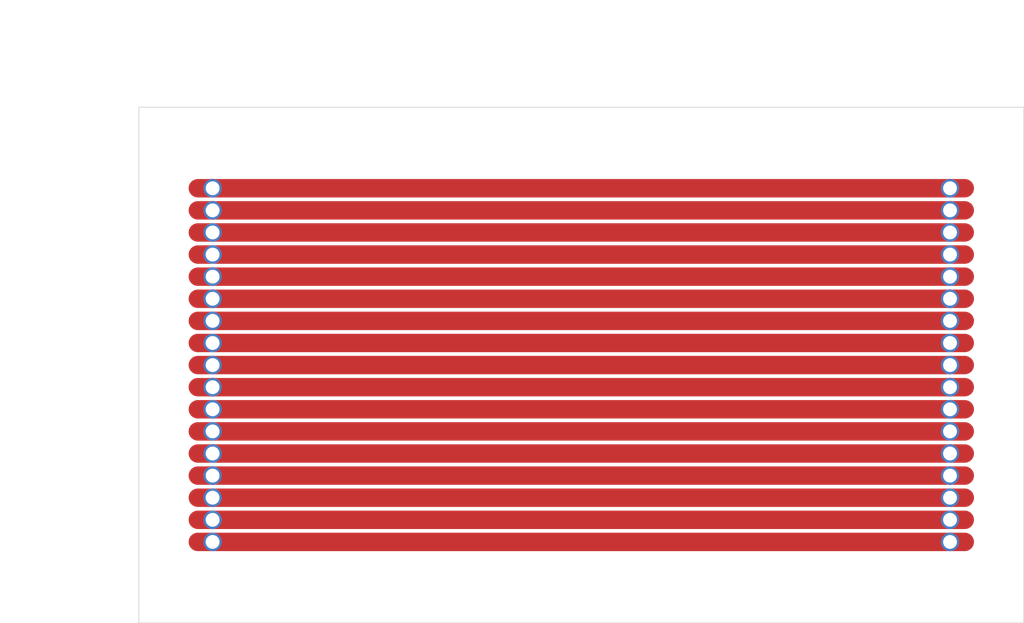
<source format=kicad_pcb>
(kicad_pcb (version 20171130) (host pcbnew "(5.1.5)-3")

  (general
    (thickness 1.6)
    (drawings 4)
    (tracks 17)
    (zones 0)
    (modules 34)
    (nets 1)
  )

  (page A4)
  (layers
    (0 F.Cu signal)
    (31 B.Cu signal)
    (32 B.Adhes user)
    (33 F.Adhes user)
    (34 B.Paste user)
    (35 F.Paste user)
    (36 B.SilkS user)
    (37 F.SilkS user)
    (38 B.Mask user)
    (39 F.Mask user)
    (40 Dwgs.User user)
    (41 Cmts.User user)
    (42 Eco1.User user)
    (43 Eco2.User user)
    (44 Edge.Cuts user)
    (45 Margin user)
    (46 B.CrtYd user)
    (47 F.CrtYd user)
    (48 B.Fab user)
    (49 F.Fab user)
  )

  (setup
    (last_trace_width 0.25)
    (trace_clearance 0.2)
    (zone_clearance 0.508)
    (zone_45_only no)
    (trace_min 0.2)
    (via_size 0.8)
    (via_drill 0.4)
    (via_min_size 0.4)
    (via_min_drill 0.3)
    (uvia_size 0.3)
    (uvia_drill 0.1)
    (uvias_allowed no)
    (uvia_min_size 0.2)
    (uvia_min_drill 0.1)
    (edge_width 0.1)
    (segment_width 0.2)
    (pcb_text_width 0.3)
    (pcb_text_size 1.5 1.5)
    (mod_edge_width 0.15)
    (mod_text_size 1 1)
    (mod_text_width 0.15)
    (pad_size 2.5 2.5)
    (pad_drill 1.88)
    (pad_to_mask_clearance 0)
    (aux_axis_origin 0 0)
    (visible_elements FFFFFF7F)
    (pcbplotparams
      (layerselection 0x010fc_ffffffff)
      (usegerberextensions false)
      (usegerberattributes false)
      (usegerberadvancedattributes false)
      (creategerberjobfile false)
      (excludeedgelayer true)
      (linewidth 0.100000)
      (plotframeref false)
      (viasonmask false)
      (mode 1)
      (useauxorigin false)
      (hpglpennumber 1)
      (hpglpenspeed 20)
      (hpglpendiameter 15.000000)
      (psnegative false)
      (psa4output false)
      (plotreference true)
      (plotvalue true)
      (plotinvisibletext false)
      (padsonsilk false)
      (subtractmaskfromsilk false)
      (outputformat 1)
      (mirror false)
      (drillshape 1)
      (scaleselection 1)
      (outputdirectory ""))
  )

  (net 0 "")

  (net_class Default "This is the default net class."
    (clearance 0.2)
    (trace_width 0.25)
    (via_dia 0.8)
    (via_drill 0.4)
    (uvia_dia 0.3)
    (uvia_drill 0.1)
  )

  (module springload_hole (layer F.Cu) (tedit 5E600FCC) (tstamp 5E604C77)
    (at 102.6 48)
    (fp_text reference REF** (at 0 0.5) (layer F.SilkS) hide
      (effects (font (size 1 1) (thickness 0.15)))
    )
    (fp_text value springload_hole (at 0 -0.5) (layer F.Fab)
      (effects (font (size 1 1) (thickness 0.15)))
    )
    (pad 1 thru_hole circle (at 20.4 24) (size 2.5 2.5) (drill 1.88) (layers *.Cu *.Mask))
  )

  (module springload_hole (layer F.Cu) (tedit 5E600FCC) (tstamp 5E604C6F)
    (at 102.6 45)
    (fp_text reference REF** (at 0 0.5) (layer F.SilkS) hide
      (effects (font (size 1 1) (thickness 0.15)))
    )
    (fp_text value springload_hole (at 0 -0.5) (layer F.Fab)
      (effects (font (size 1 1) (thickness 0.15)))
    )
    (pad 1 thru_hole circle (at 20.4 24) (size 2.5 2.5) (drill 1.88) (layers *.Cu *.Mask))
  )

  (module springload_hole (layer F.Cu) (tedit 5E600FCC) (tstamp 5E604C67)
    (at 102.6 42)
    (fp_text reference REF** (at 0 0.5) (layer F.SilkS) hide
      (effects (font (size 1 1) (thickness 0.15)))
    )
    (fp_text value springload_hole (at 0 -0.5) (layer F.Fab)
      (effects (font (size 1 1) (thickness 0.15)))
    )
    (pad 1 thru_hole circle (at 20.4 24) (size 2.5 2.5) (drill 1.88) (layers *.Cu *.Mask))
  )

  (module springload_hole (layer F.Cu) (tedit 5E600FCC) (tstamp 5E604C5F)
    (at 102.6 39)
    (fp_text reference REF** (at 0 0.5) (layer F.SilkS) hide
      (effects (font (size 1 1) (thickness 0.15)))
    )
    (fp_text value springload_hole (at 0 -0.5) (layer F.Fab)
      (effects (font (size 1 1) (thickness 0.15)))
    )
    (pad 1 thru_hole circle (at 20.4 24) (size 2.5 2.5) (drill 1.88) (layers *.Cu *.Mask))
  )

  (module springload_hole (layer F.Cu) (tedit 5E600FCC) (tstamp 5E604C57)
    (at 102.6 36)
    (fp_text reference REF** (at 0 0.5) (layer F.SilkS) hide
      (effects (font (size 1 1) (thickness 0.15)))
    )
    (fp_text value springload_hole (at 0 -0.5) (layer F.Fab)
      (effects (font (size 1 1) (thickness 0.15)))
    )
    (pad 1 thru_hole circle (at 20.4 24) (size 2.5 2.5) (drill 1.88) (layers *.Cu *.Mask))
  )

  (module springload_hole (layer F.Cu) (tedit 5E600FCC) (tstamp 5E604C4F)
    (at 102.6 33)
    (fp_text reference REF** (at 0 0.5) (layer F.SilkS) hide
      (effects (font (size 1 1) (thickness 0.15)))
    )
    (fp_text value springload_hole (at 0 -0.5) (layer F.Fab)
      (effects (font (size 1 1) (thickness 0.15)))
    )
    (pad 1 thru_hole circle (at 20.4 24) (size 2.5 2.5) (drill 1.88) (layers *.Cu *.Mask))
  )

  (module springload_hole (layer F.Cu) (tedit 5E600FCC) (tstamp 5E604C47)
    (at 102.6 30)
    (fp_text reference REF** (at 0 0.5) (layer F.SilkS) hide
      (effects (font (size 1 1) (thickness 0.15)))
    )
    (fp_text value springload_hole (at 0 -0.5) (layer F.Fab)
      (effects (font (size 1 1) (thickness 0.15)))
    )
    (pad 1 thru_hole circle (at 20.4 24) (size 2.5 2.5) (drill 1.88) (layers *.Cu *.Mask))
  )

  (module springload_hole (layer F.Cu) (tedit 5E600FCC) (tstamp 5E604C3F)
    (at 102.6 27)
    (fp_text reference REF** (at 0 0.5) (layer F.SilkS) hide
      (effects (font (size 1 1) (thickness 0.15)))
    )
    (fp_text value springload_hole (at 0 -0.5) (layer F.Fab)
      (effects (font (size 1 1) (thickness 0.15)))
    )
    (pad 1 thru_hole circle (at 20.4 24) (size 2.5 2.5) (drill 1.88) (layers *.Cu *.Mask))
  )

  (module springload_hole (layer F.Cu) (tedit 5E600FCC) (tstamp 5E604C37)
    (at 102.6 24)
    (fp_text reference REF** (at 0 0.5) (layer F.SilkS) hide
      (effects (font (size 1 1) (thickness 0.15)))
    )
    (fp_text value springload_hole (at 0 -0.5) (layer F.Fab)
      (effects (font (size 1 1) (thickness 0.15)))
    )
    (pad 1 thru_hole circle (at 20.4 24) (size 2.5 2.5) (drill 1.88) (layers *.Cu *.Mask))
  )

  (module springload_hole (layer F.Cu) (tedit 5E600FCC) (tstamp 5E604C2F)
    (at 102.6 21)
    (fp_text reference REF** (at 0 0.5) (layer F.SilkS) hide
      (effects (font (size 1 1) (thickness 0.15)))
    )
    (fp_text value springload_hole (at 0 -0.5) (layer F.Fab)
      (effects (font (size 1 1) (thickness 0.15)))
    )
    (pad 1 thru_hole circle (at 20.4 24) (size 2.5 2.5) (drill 1.88) (layers *.Cu *.Mask))
  )

  (module springload_hole (layer F.Cu) (tedit 5E600FCC) (tstamp 5E604C27)
    (at 102.6 18)
    (fp_text reference REF** (at 0 0.5) (layer F.SilkS) hide
      (effects (font (size 1 1) (thickness 0.15)))
    )
    (fp_text value springload_hole (at 0 -0.5) (layer F.Fab)
      (effects (font (size 1 1) (thickness 0.15)))
    )
    (pad 1 thru_hole circle (at 20.4 24) (size 2.5 2.5) (drill 1.88) (layers *.Cu *.Mask))
  )

  (module springload_hole (layer F.Cu) (tedit 5E600FCC) (tstamp 5E604C1F)
    (at 102.6 15)
    (fp_text reference REF** (at 0 0.5) (layer F.SilkS) hide
      (effects (font (size 1 1) (thickness 0.15)))
    )
    (fp_text value springload_hole (at 0 -0.5) (layer F.Fab)
      (effects (font (size 1 1) (thickness 0.15)))
    )
    (pad 1 thru_hole circle (at 20.4 24) (size 2.5 2.5) (drill 1.88) (layers *.Cu *.Mask))
  )

  (module springload_hole (layer F.Cu) (tedit 5E600FCC) (tstamp 5E604C17)
    (at 102.6 12)
    (fp_text reference REF** (at 0 0.5) (layer F.SilkS) hide
      (effects (font (size 1 1) (thickness 0.15)))
    )
    (fp_text value springload_hole (at 0 -0.5) (layer F.Fab)
      (effects (font (size 1 1) (thickness 0.15)))
    )
    (pad 1 thru_hole circle (at 20.4 24) (size 2.5 2.5) (drill 1.88) (layers *.Cu *.Mask))
  )

  (module springload_hole (layer F.Cu) (tedit 5E600FCC) (tstamp 5E604C0F)
    (at 102.6 9)
    (fp_text reference REF** (at 0 0.5) (layer F.SilkS) hide
      (effects (font (size 1 1) (thickness 0.15)))
    )
    (fp_text value springload_hole (at 0 -0.5) (layer F.Fab)
      (effects (font (size 1 1) (thickness 0.15)))
    )
    (pad 1 thru_hole circle (at 20.4 24) (size 2.5 2.5) (drill 1.88) (layers *.Cu *.Mask))
  )

  (module springload_hole (layer F.Cu) (tedit 5E600FCC) (tstamp 5E604C07)
    (at 102.6 6)
    (fp_text reference REF** (at 0 0.5) (layer F.SilkS) hide
      (effects (font (size 1 1) (thickness 0.15)))
    )
    (fp_text value springload_hole (at 0 -0.5) (layer F.Fab)
      (effects (font (size 1 1) (thickness 0.15)))
    )
    (pad 1 thru_hole circle (at 20.4 24) (size 2.5 2.5) (drill 1.88) (layers *.Cu *.Mask))
  )

  (module springload_hole (layer F.Cu) (tedit 5E600FCC) (tstamp 5E604BFF)
    (at 102.6 3)
    (fp_text reference REF** (at 0 0.5) (layer F.SilkS) hide
      (effects (font (size 1 1) (thickness 0.15)))
    )
    (fp_text value springload_hole (at 0 -0.5) (layer F.Fab)
      (effects (font (size 1 1) (thickness 0.15)))
    )
    (pad 1 thru_hole circle (at 20.4 24) (size 2.5 2.5) (drill 1.88) (layers *.Cu *.Mask))
  )

  (module springload_hole (layer F.Cu) (tedit 5E600E27) (tstamp 5E604BA8)
    (at 0.2 47.8)
    (fp_text reference REF** (at 0 0.5) (layer F.SilkS) hide
      (effects (font (size 1 1) (thickness 0.15)))
    )
    (fp_text value springload_hole (at 0 -0.5) (layer F.Fab)
      (effects (font (size 1 1) (thickness 0.15)))
    )
    (pad 1 thru_hole circle (at 22.8 24.2) (size 2.5 2.5) (drill 1.88) (layers *.Cu *.Mask))
  )

  (module springload_hole (layer F.Cu) (tedit 5E600E27) (tstamp 5E604BA0)
    (at 0.2 44.8)
    (fp_text reference REF** (at 0 0.5) (layer F.SilkS) hide
      (effects (font (size 1 1) (thickness 0.15)))
    )
    (fp_text value springload_hole (at 0 -0.5) (layer F.Fab)
      (effects (font (size 1 1) (thickness 0.15)))
    )
    (pad 1 thru_hole circle (at 22.8 24.2) (size 2.5 2.5) (drill 1.88) (layers *.Cu *.Mask))
  )

  (module springload_hole (layer F.Cu) (tedit 5E600E27) (tstamp 5E604B98)
    (at 0.2 41.8)
    (fp_text reference REF** (at 0 0.5) (layer F.SilkS) hide
      (effects (font (size 1 1) (thickness 0.15)))
    )
    (fp_text value springload_hole (at 0 -0.5) (layer F.Fab)
      (effects (font (size 1 1) (thickness 0.15)))
    )
    (pad 1 thru_hole circle (at 22.8 24.2) (size 2.5 2.5) (drill 1.88) (layers *.Cu *.Mask))
  )

  (module springload_hole (layer F.Cu) (tedit 5E600E27) (tstamp 5E604B90)
    (at 0.2 38.8)
    (fp_text reference REF** (at 0 0.5) (layer F.SilkS) hide
      (effects (font (size 1 1) (thickness 0.15)))
    )
    (fp_text value springload_hole (at 0 -0.5) (layer F.Fab)
      (effects (font (size 1 1) (thickness 0.15)))
    )
    (pad 1 thru_hole circle (at 22.8 24.2) (size 2.5 2.5) (drill 1.88) (layers *.Cu *.Mask))
  )

  (module springload_hole (layer F.Cu) (tedit 5E600E27) (tstamp 5E604B88)
    (at 0.2 35.8)
    (fp_text reference REF** (at 0 0.5) (layer F.SilkS) hide
      (effects (font (size 1 1) (thickness 0.15)))
    )
    (fp_text value springload_hole (at 0 -0.5) (layer F.Fab)
      (effects (font (size 1 1) (thickness 0.15)))
    )
    (pad 1 thru_hole circle (at 22.8 24.2) (size 2.5 2.5) (drill 1.88) (layers *.Cu *.Mask))
  )

  (module springload_hole (layer F.Cu) (tedit 5E600E27) (tstamp 5E604B80)
    (at 0.2 32.8)
    (fp_text reference REF** (at 0 0.5) (layer F.SilkS) hide
      (effects (font (size 1 1) (thickness 0.15)))
    )
    (fp_text value springload_hole (at 0 -0.5) (layer F.Fab)
      (effects (font (size 1 1) (thickness 0.15)))
    )
    (pad 1 thru_hole circle (at 22.8 24.2) (size 2.5 2.5) (drill 1.88) (layers *.Cu *.Mask))
  )

  (module springload_hole (layer F.Cu) (tedit 5E600E27) (tstamp 5E604B78)
    (at 0.2 29.8)
    (fp_text reference REF** (at 0 0.5) (layer F.SilkS) hide
      (effects (font (size 1 1) (thickness 0.15)))
    )
    (fp_text value springload_hole (at 0 -0.5) (layer F.Fab)
      (effects (font (size 1 1) (thickness 0.15)))
    )
    (pad 1 thru_hole circle (at 22.8 24.2) (size 2.5 2.5) (drill 1.88) (layers *.Cu *.Mask))
  )

  (module springload_hole (layer F.Cu) (tedit 5E600E27) (tstamp 5E604B70)
    (at 0.2 26.8)
    (fp_text reference REF** (at 0 0.5) (layer F.SilkS) hide
      (effects (font (size 1 1) (thickness 0.15)))
    )
    (fp_text value springload_hole (at 0 -0.5) (layer F.Fab)
      (effects (font (size 1 1) (thickness 0.15)))
    )
    (pad 1 thru_hole circle (at 22.8 24.2) (size 2.5 2.5) (drill 1.88) (layers *.Cu *.Mask))
  )

  (module springload_hole (layer F.Cu) (tedit 5E600E27) (tstamp 5E604B68)
    (at 0.2 23.8)
    (fp_text reference REF** (at 0 0.5) (layer F.SilkS) hide
      (effects (font (size 1 1) (thickness 0.15)))
    )
    (fp_text value springload_hole (at 0 -0.5) (layer F.Fab)
      (effects (font (size 1 1) (thickness 0.15)))
    )
    (pad 1 thru_hole circle (at 22.8 24.2) (size 2.5 2.5) (drill 1.88) (layers *.Cu *.Mask))
  )

  (module springload_hole (layer F.Cu) (tedit 5E600E27) (tstamp 5E604B60)
    (at 0.2 20.8)
    (fp_text reference REF** (at 0 0.5) (layer F.SilkS) hide
      (effects (font (size 1 1) (thickness 0.15)))
    )
    (fp_text value springload_hole (at 0 -0.5) (layer F.Fab)
      (effects (font (size 1 1) (thickness 0.15)))
    )
    (pad 1 thru_hole circle (at 22.8 24.2) (size 2.5 2.5) (drill 1.88) (layers *.Cu *.Mask))
  )

  (module springload_hole (layer F.Cu) (tedit 5E600E27) (tstamp 5E604B58)
    (at 0.2 17.8)
    (fp_text reference REF** (at 0 0.5) (layer F.SilkS) hide
      (effects (font (size 1 1) (thickness 0.15)))
    )
    (fp_text value springload_hole (at 0 -0.5) (layer F.Fab)
      (effects (font (size 1 1) (thickness 0.15)))
    )
    (pad 1 thru_hole circle (at 22.8 24.2) (size 2.5 2.5) (drill 1.88) (layers *.Cu *.Mask))
  )

  (module springload_hole (layer F.Cu) (tedit 5E600E27) (tstamp 5E604B50)
    (at 0.2 14.8)
    (fp_text reference REF** (at 0 0.5) (layer F.SilkS) hide
      (effects (font (size 1 1) (thickness 0.15)))
    )
    (fp_text value springload_hole (at 0 -0.5) (layer F.Fab)
      (effects (font (size 1 1) (thickness 0.15)))
    )
    (pad 1 thru_hole circle (at 22.8 24.2) (size 2.5 2.5) (drill 1.88) (layers *.Cu *.Mask))
  )

  (module springload_hole (layer F.Cu) (tedit 5E600E27) (tstamp 5E604B48)
    (at 0.2 11.8)
    (fp_text reference REF** (at 0 0.5) (layer F.SilkS) hide
      (effects (font (size 1 1) (thickness 0.15)))
    )
    (fp_text value springload_hole (at 0 -0.5) (layer F.Fab)
      (effects (font (size 1 1) (thickness 0.15)))
    )
    (pad 1 thru_hole circle (at 22.8 24.2) (size 2.5 2.5) (drill 1.88) (layers *.Cu *.Mask))
  )

  (module springload_hole (layer F.Cu) (tedit 5E600E27) (tstamp 5E604B40)
    (at 0.2 8.8)
    (fp_text reference REF** (at 0 0.5) (layer F.SilkS) hide
      (effects (font (size 1 1) (thickness 0.15)))
    )
    (fp_text value springload_hole (at 0 -0.5) (layer F.Fab)
      (effects (font (size 1 1) (thickness 0.15)))
    )
    (pad 1 thru_hole circle (at 22.8 24.2) (size 2.5 2.5) (drill 1.88) (layers *.Cu *.Mask))
  )

  (module springload_hole (layer F.Cu) (tedit 5E600E27) (tstamp 5E604B38)
    (at 0.2 5.8)
    (fp_text reference REF** (at 0 0.5) (layer F.SilkS) hide
      (effects (font (size 1 1) (thickness 0.15)))
    )
    (fp_text value springload_hole (at 0 -0.5) (layer F.Fab)
      (effects (font (size 1 1) (thickness 0.15)))
    )
    (pad 1 thru_hole circle (at 22.8 24.2) (size 2.5 2.5) (drill 1.88) (layers *.Cu *.Mask))
  )

  (module springload_hole (layer F.Cu) (tedit 5E600E27) (tstamp 5E604B30)
    (at 0.2 2.8)
    (fp_text reference REF** (at 0 0.5) (layer F.SilkS) hide
      (effects (font (size 1 1) (thickness 0.15)))
    )
    (fp_text value springload_hole (at 0 -0.5) (layer F.Fab)
      (effects (font (size 1 1) (thickness 0.15)))
    )
    (pad 1 thru_hole circle (at 22.8 24.2) (size 2.5 2.5) (drill 1.88) (layers *.Cu *.Mask))
  )

  (module springload_hole (layer F.Cu) (tedit 5E600FCC) (tstamp 5E60491F)
    (at 102.6 0)
    (fp_text reference REF** (at 0 0.5) (layer F.SilkS) hide
      (effects (font (size 1 1) (thickness 0.15)))
    )
    (fp_text value springload_hole (at 0 -0.5) (layer F.Fab)
      (effects (font (size 1 1) (thickness 0.15)))
    )
    (pad 1 thru_hole circle (at 20.4 24) (size 2.5 2.5) (drill 1.88) (layers *.Cu *.Mask))
  )

  (module springload_hole (layer F.Cu) (tedit 5E600E27) (tstamp 5E6046B8)
    (at 0.2 -0.2)
    (fp_text reference REF** (at 0 0.5) (layer F.SilkS) hide
      (effects (font (size 1 1) (thickness 0.15)))
    )
    (fp_text value springload_hole (at 0 -0.5) (layer F.Fab)
      (effects (font (size 1 1) (thickness 0.15)))
    )
    (pad 1 thru_hole circle (at 22.8 24.2) (size 2.5 2.5) (drill 1.88) (layers *.Cu *.Mask))
  )

  (gr_line (start 13 83) (end 133 83) (layer Edge.Cuts) (width 0.1))
  (gr_line (start 133 13) (end 133 83) (layer Edge.Cuts) (width 0.1))
  (gr_line (start 13 13) (end 13 83) (layer Edge.Cuts) (width 0.1))
  (gr_line (start 13 13) (end 133 13) (layer Edge.Cuts) (width 0.1))

  (segment (start 21 24) (end 125 24) (width 2.5) (layer F.Cu) (net 0))
  (segment (start 21 27) (end 125 27) (width 2.5) (layer F.Cu) (net 0) (tstamp 5E5FEC6C))
  (segment (start 21 30) (end 125 30) (width 2.5) (layer F.Cu) (net 0) (tstamp 5E5FEC6E))
  (segment (start 21 33) (end 125 33) (width 2.5) (layer F.Cu) (net 0) (tstamp 5E5FEC70))
  (segment (start 21 36) (end 125 36) (width 2.5) (layer F.Cu) (net 0) (tstamp 5E5FEC72))
  (segment (start 21 39) (end 125 39) (width 2.5) (layer F.Cu) (net 0) (tstamp 5E5FEC74))
  (segment (start 21 42) (end 125 42) (width 2.5) (layer F.Cu) (net 0) (tstamp 5E5FEC76))
  (segment (start 21 45) (end 125 45) (width 2.5) (layer F.Cu) (net 0) (tstamp 5E5FEC78))
  (segment (start 21 48) (end 125 48) (width 2.5) (layer F.Cu) (net 0) (tstamp 5E5FEC7A))
  (segment (start 21 51) (end 125 51) (width 2.5) (layer F.Cu) (net 0) (tstamp 5E5FEC7C))
  (segment (start 21 54) (end 125 54) (width 2.5) (layer F.Cu) (net 0) (tstamp 5E5FEC7E))
  (segment (start 21 57) (end 125 57) (width 2.5) (layer F.Cu) (net 0) (tstamp 5E5FEC80))
  (segment (start 21 60) (end 125 60) (width 2.5) (layer F.Cu) (net 0) (tstamp 5E5FEC82))
  (segment (start 21 63) (end 125 63) (width 2.5) (layer F.Cu) (net 0) (tstamp 5E5FEC84))
  (segment (start 21 66) (end 125 66) (width 2.5) (layer F.Cu) (net 0) (tstamp 5E5FEC86))
  (segment (start 21 69) (end 125 69) (width 2.5) (layer F.Cu) (net 0) (tstamp 5E5FEC88))
  (segment (start 21 72) (end 125 72) (width 2.5) (layer F.Cu) (net 0) (tstamp 5E5FEC8A))

)

</source>
